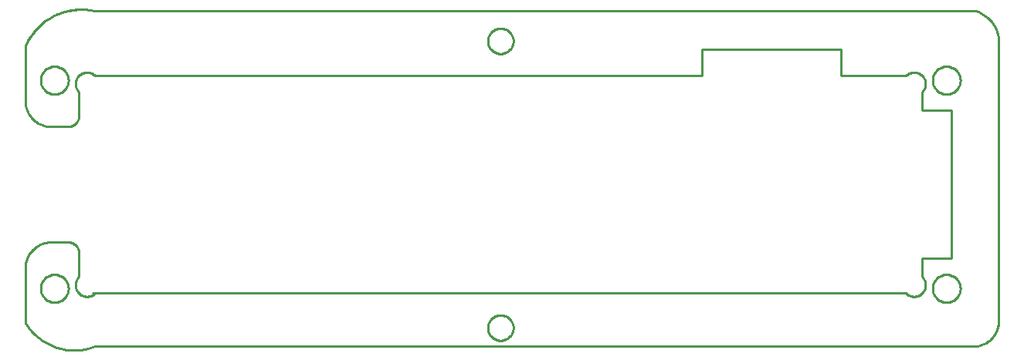
<source format=gko>
G04 EAGLE Gerber RS-274X export*
G75*
%MOMM*%
%FSLAX34Y34*%
%LPD*%
%IN*%
%IPPOS*%
%AMOC8*
5,1,8,0,0,1.08239X$1,22.5*%
G01*
%ADD10C,0.203200*%
%ADD11C,0.000000*%
%ADD12C,0.254000*%


D10*
X12700Y233680D02*
X12481Y233894D01*
X12256Y234102D01*
X12027Y234305D01*
X11793Y234502D01*
X11554Y234694D01*
X11311Y234879D01*
X11063Y235059D01*
X10811Y235233D01*
X10554Y235400D01*
X10294Y235561D01*
X10030Y235716D01*
X9762Y235864D01*
X9490Y236006D01*
X9215Y236141D01*
X8937Y236269D01*
X8656Y236390D01*
X8373Y236505D01*
X8086Y236613D01*
X7797Y236713D01*
X7505Y236807D01*
X7211Y236893D01*
X6916Y236972D01*
X6618Y237044D01*
X6319Y237109D01*
X6018Y237167D01*
X5716Y237217D01*
X5413Y237259D01*
X5109Y237295D01*
X4804Y237323D01*
X4499Y237343D01*
X4193Y237356D01*
X3887Y237362D01*
X3580Y237360D01*
X3274Y237351D01*
X2969Y237334D01*
X2663Y237310D01*
X2359Y237278D01*
X2055Y237239D01*
X1753Y237193D01*
X1451Y237139D01*
X1151Y237078D01*
X853Y237009D01*
X556Y236934D01*
X261Y236851D01*
X-31Y236761D01*
X-322Y236664D01*
X-610Y236560D01*
X-895Y236448D01*
X-1177Y236330D01*
X-1457Y236206D01*
X-1733Y236074D01*
X-2006Y235936D01*
X-2276Y235791D01*
X-2542Y235639D01*
X-2804Y235481D01*
X-3063Y235317D01*
X-3317Y235147D01*
X-3567Y234970D01*
X-3813Y234787D01*
X-4054Y234599D01*
X-4291Y234404D01*
X-4522Y234204D01*
X-4749Y233998D01*
X-4971Y233787D01*
X-5187Y233571D01*
X-5398Y233349D01*
X-5604Y233122D01*
X-5804Y232891D01*
X-5999Y232654D01*
X-6187Y232413D01*
X-6370Y232167D01*
X-6547Y231917D01*
X-6717Y231663D01*
X-6881Y231404D01*
X-7039Y231142D01*
X-7191Y230876D01*
X-7336Y230606D01*
X-7474Y230333D01*
X-7606Y230057D01*
X-7730Y229777D01*
X-7848Y229495D01*
X-7960Y229210D01*
X-8064Y228922D01*
X-8161Y228631D01*
X-8251Y228339D01*
X-8334Y228044D01*
X-8409Y227747D01*
X-8478Y227449D01*
X-8539Y227149D01*
X-8593Y226847D01*
X-8639Y226545D01*
X-8678Y226241D01*
X-8710Y225937D01*
X-8734Y225631D01*
X-8751Y225326D01*
X-8760Y225020D01*
X-8762Y224713D01*
X-8756Y224407D01*
X-8743Y224101D01*
X-8723Y223796D01*
X-8695Y223491D01*
X-8659Y223187D01*
X-8617Y222884D01*
X-8567Y222582D01*
X-8509Y222281D01*
X-8444Y221982D01*
X-8372Y221684D01*
X-8293Y221389D01*
X-8207Y221095D01*
X-8113Y220803D01*
X-8013Y220514D01*
X-7905Y220227D01*
X-7790Y219944D01*
X-7669Y219663D01*
X-7541Y219385D01*
X-7406Y219110D01*
X-7264Y218838D01*
X-7116Y218570D01*
X-6961Y218306D01*
X-6800Y218046D01*
X-6633Y217789D01*
X-6459Y217537D01*
X-6279Y217289D01*
X-6094Y217046D01*
X-5902Y216807D01*
X-5705Y216573D01*
X-5502Y216344D01*
X-5294Y216119D01*
X-5080Y215900D01*
X12700Y233680D02*
X678180Y233680D01*
X678180Y262880D01*
X830580Y262880D01*
X830580Y233680D01*
X901700Y233680D01*
X904240Y233680D01*
X901700Y233680D02*
X901921Y233895D01*
X902147Y234105D01*
X902378Y234310D01*
X902614Y234508D01*
X902855Y234701D01*
X903101Y234888D01*
X903351Y235069D01*
X903605Y235243D01*
X903864Y235411D01*
X904127Y235573D01*
X904393Y235729D01*
X904664Y235878D01*
X904937Y236020D01*
X905215Y236155D01*
X905495Y236283D01*
X905779Y236405D01*
X906065Y236520D01*
X906355Y236627D01*
X906646Y236727D01*
X906941Y236821D01*
X907237Y236907D01*
X907535Y236985D01*
X907835Y237057D01*
X908137Y237120D01*
X908441Y237177D01*
X908745Y237226D01*
X909051Y237267D01*
X909358Y237301D01*
X909665Y237328D01*
X909973Y237347D01*
X910281Y237358D01*
X910590Y237362D01*
X910899Y237358D01*
X911207Y237347D01*
X911515Y237328D01*
X911822Y237301D01*
X912129Y237267D01*
X912435Y237226D01*
X912739Y237177D01*
X913043Y237120D01*
X913345Y237057D01*
X913645Y236985D01*
X913943Y236907D01*
X914239Y236821D01*
X914534Y236727D01*
X914825Y236627D01*
X915115Y236520D01*
X915401Y236405D01*
X915685Y236283D01*
X915965Y236155D01*
X916243Y236020D01*
X916516Y235878D01*
X916787Y235729D01*
X917053Y235573D01*
X917316Y235411D01*
X917575Y235243D01*
X917829Y235069D01*
X918079Y234888D01*
X918325Y234701D01*
X918566Y234508D01*
X918802Y234310D01*
X919033Y234105D01*
X919259Y233895D01*
X919480Y233680D01*
X919695Y233459D01*
X919905Y233233D01*
X920110Y233002D01*
X920308Y232766D01*
X920501Y232525D01*
X920688Y232279D01*
X920869Y232029D01*
X921043Y231775D01*
X921211Y231516D01*
X921373Y231253D01*
X921529Y230987D01*
X921678Y230716D01*
X921820Y230443D01*
X921955Y230165D01*
X922083Y229885D01*
X922205Y229601D01*
X922320Y229315D01*
X922427Y229025D01*
X922527Y228734D01*
X922621Y228439D01*
X922707Y228143D01*
X922785Y227845D01*
X922857Y227545D01*
X922920Y227243D01*
X922977Y226939D01*
X923026Y226635D01*
X923067Y226329D01*
X923101Y226022D01*
X923128Y225715D01*
X923147Y225407D01*
X923158Y225099D01*
X923162Y224790D01*
X923158Y224481D01*
X923147Y224173D01*
X923128Y223865D01*
X923101Y223558D01*
X923067Y223251D01*
X923026Y222945D01*
X922977Y222641D01*
X922920Y222337D01*
X922857Y222035D01*
X922785Y221735D01*
X922707Y221437D01*
X922621Y221141D01*
X922527Y220846D01*
X922427Y220555D01*
X922320Y220265D01*
X922205Y219979D01*
X922083Y219695D01*
X921955Y219415D01*
X921820Y219137D01*
X921678Y218864D01*
X921529Y218593D01*
X921373Y218327D01*
X921211Y218064D01*
X921043Y217805D01*
X920869Y217551D01*
X920688Y217301D01*
X920501Y217055D01*
X920308Y216814D01*
X920110Y216578D01*
X919905Y216347D01*
X919695Y216121D01*
X919480Y215900D01*
X919480Y195580D01*
X951230Y195580D01*
X951230Y33020D01*
X919480Y33020D01*
X919480Y12700D01*
X919694Y12481D01*
X919902Y12256D01*
X920105Y12027D01*
X920302Y11793D01*
X920494Y11554D01*
X920679Y11311D01*
X920859Y11063D01*
X921033Y10811D01*
X921200Y10554D01*
X921361Y10294D01*
X921516Y10030D01*
X921664Y9762D01*
X921806Y9490D01*
X921941Y9215D01*
X922069Y8937D01*
X922190Y8656D01*
X922305Y8373D01*
X922413Y8086D01*
X922513Y7797D01*
X922607Y7505D01*
X922693Y7211D01*
X922772Y6916D01*
X922844Y6618D01*
X922909Y6319D01*
X922967Y6018D01*
X923017Y5716D01*
X923059Y5413D01*
X923095Y5109D01*
X923123Y4804D01*
X923143Y4499D01*
X923156Y4193D01*
X923162Y3887D01*
X923160Y3580D01*
X923151Y3274D01*
X923134Y2969D01*
X923110Y2663D01*
X923078Y2359D01*
X923039Y2055D01*
X922993Y1753D01*
X922939Y1451D01*
X922878Y1151D01*
X922809Y853D01*
X922734Y556D01*
X922651Y261D01*
X922561Y-31D01*
X922464Y-322D01*
X922360Y-610D01*
X922248Y-895D01*
X922130Y-1177D01*
X922006Y-1457D01*
X921874Y-1733D01*
X921736Y-2006D01*
X921591Y-2276D01*
X921439Y-2542D01*
X921281Y-2804D01*
X921117Y-3063D01*
X920947Y-3317D01*
X920770Y-3567D01*
X920587Y-3813D01*
X920399Y-4054D01*
X920204Y-4291D01*
X920004Y-4522D01*
X919798Y-4749D01*
X919587Y-4971D01*
X919371Y-5187D01*
X919149Y-5398D01*
X918922Y-5604D01*
X918691Y-5804D01*
X918454Y-5999D01*
X918213Y-6187D01*
X917967Y-6370D01*
X917717Y-6547D01*
X917463Y-6717D01*
X917204Y-6881D01*
X916942Y-7039D01*
X916676Y-7191D01*
X916406Y-7336D01*
X916133Y-7474D01*
X915857Y-7606D01*
X915577Y-7730D01*
X915295Y-7848D01*
X915010Y-7960D01*
X914722Y-8064D01*
X914431Y-8161D01*
X914139Y-8251D01*
X913844Y-8334D01*
X913547Y-8409D01*
X913249Y-8478D01*
X912949Y-8539D01*
X912647Y-8593D01*
X912345Y-8639D01*
X912041Y-8678D01*
X911737Y-8710D01*
X911431Y-8734D01*
X911126Y-8751D01*
X910820Y-8760D01*
X910513Y-8762D01*
X910207Y-8756D01*
X909901Y-8743D01*
X909596Y-8723D01*
X909291Y-8695D01*
X908987Y-8659D01*
X908684Y-8617D01*
X908382Y-8567D01*
X908081Y-8509D01*
X907782Y-8444D01*
X907484Y-8372D01*
X907189Y-8293D01*
X906895Y-8207D01*
X906603Y-8113D01*
X906314Y-8013D01*
X906027Y-7905D01*
X905744Y-7790D01*
X905463Y-7669D01*
X905185Y-7541D01*
X904910Y-7406D01*
X904638Y-7264D01*
X904370Y-7116D01*
X904106Y-6961D01*
X903846Y-6800D01*
X903589Y-6633D01*
X903337Y-6459D01*
X903089Y-6279D01*
X902846Y-6094D01*
X902607Y-5902D01*
X902373Y-5705D01*
X902144Y-5502D01*
X901919Y-5294D01*
X901700Y-5080D01*
X12700Y-5080D01*
X10160Y-5080D01*
X12700Y-5080D02*
X12481Y-5294D01*
X12256Y-5502D01*
X12027Y-5705D01*
X11793Y-5902D01*
X11554Y-6094D01*
X11311Y-6279D01*
X11063Y-6459D01*
X10811Y-6633D01*
X10554Y-6800D01*
X10294Y-6961D01*
X10030Y-7116D01*
X9762Y-7264D01*
X9490Y-7406D01*
X9215Y-7541D01*
X8937Y-7669D01*
X8656Y-7790D01*
X8373Y-7905D01*
X8086Y-8013D01*
X7797Y-8113D01*
X7505Y-8207D01*
X7211Y-8293D01*
X6916Y-8372D01*
X6618Y-8444D01*
X6319Y-8509D01*
X6018Y-8567D01*
X5716Y-8617D01*
X5413Y-8659D01*
X5109Y-8695D01*
X4804Y-8723D01*
X4499Y-8743D01*
X4193Y-8756D01*
X3887Y-8762D01*
X3580Y-8760D01*
X3274Y-8751D01*
X2969Y-8734D01*
X2663Y-8710D01*
X2359Y-8678D01*
X2055Y-8639D01*
X1753Y-8593D01*
X1451Y-8539D01*
X1151Y-8478D01*
X853Y-8409D01*
X556Y-8334D01*
X261Y-8251D01*
X-31Y-8161D01*
X-322Y-8064D01*
X-610Y-7960D01*
X-895Y-7848D01*
X-1177Y-7730D01*
X-1457Y-7606D01*
X-1733Y-7474D01*
X-2006Y-7336D01*
X-2276Y-7191D01*
X-2542Y-7039D01*
X-2804Y-6881D01*
X-3063Y-6717D01*
X-3317Y-6547D01*
X-3567Y-6370D01*
X-3813Y-6187D01*
X-4054Y-5999D01*
X-4291Y-5804D01*
X-4522Y-5604D01*
X-4749Y-5398D01*
X-4971Y-5187D01*
X-5187Y-4971D01*
X-5398Y-4749D01*
X-5604Y-4522D01*
X-5804Y-4291D01*
X-5999Y-4054D01*
X-6187Y-3813D01*
X-6370Y-3567D01*
X-6547Y-3317D01*
X-6717Y-3063D01*
X-6881Y-2804D01*
X-7039Y-2542D01*
X-7191Y-2276D01*
X-7336Y-2006D01*
X-7474Y-1733D01*
X-7606Y-1457D01*
X-7730Y-1177D01*
X-7848Y-895D01*
X-7960Y-610D01*
X-8064Y-322D01*
X-8161Y-31D01*
X-8251Y261D01*
X-8334Y556D01*
X-8409Y853D01*
X-8478Y1151D01*
X-8539Y1451D01*
X-8593Y1753D01*
X-8639Y2055D01*
X-8678Y2359D01*
X-8710Y2663D01*
X-8734Y2969D01*
X-8751Y3274D01*
X-8760Y3580D01*
X-8762Y3887D01*
X-8756Y4193D01*
X-8743Y4499D01*
X-8723Y4804D01*
X-8695Y5109D01*
X-8659Y5413D01*
X-8617Y5716D01*
X-8567Y6018D01*
X-8509Y6319D01*
X-8444Y6618D01*
X-8372Y6916D01*
X-8293Y7211D01*
X-8207Y7505D01*
X-8113Y7797D01*
X-8013Y8086D01*
X-7905Y8373D01*
X-7790Y8656D01*
X-7669Y8937D01*
X-7541Y9215D01*
X-7406Y9490D01*
X-7264Y9762D01*
X-7116Y10030D01*
X-6961Y10294D01*
X-6800Y10554D01*
X-6633Y10811D01*
X-6459Y11063D01*
X-6279Y11311D01*
X-6094Y11554D01*
X-5902Y11793D01*
X-5705Y12027D01*
X-5502Y12256D01*
X-5294Y12481D01*
X-5080Y12700D01*
X-5080Y38100D01*
X-5058Y38384D01*
X-5044Y38667D01*
X-5036Y38952D01*
X-5036Y39236D01*
X-5042Y39520D01*
X-5055Y39804D01*
X-5075Y40087D01*
X-5102Y40370D01*
X-5135Y40652D01*
X-5176Y40933D01*
X-5223Y41214D01*
X-5277Y41493D01*
X-5338Y41770D01*
X-5406Y42046D01*
X-5480Y42321D01*
X-5561Y42593D01*
X-5648Y42863D01*
X-5742Y43132D01*
X-5842Y43397D01*
X-5949Y43661D01*
X-6062Y43921D01*
X-6182Y44179D01*
X-6308Y44434D01*
X-6439Y44686D01*
X-6577Y44934D01*
X-6721Y45179D01*
X-6871Y45421D01*
X-7026Y45659D01*
X-7188Y45893D01*
X-7355Y46122D01*
X-7527Y46348D01*
X-7705Y46570D01*
X-7888Y46787D01*
X-8077Y47000D01*
X-8270Y47208D01*
X-8469Y47411D01*
X-8672Y47610D01*
X-8880Y47803D01*
X-9093Y47992D01*
X-9310Y48175D01*
X-9532Y48353D01*
X-9758Y48525D01*
X-9987Y48692D01*
X-10221Y48854D01*
X-10459Y49009D01*
X-10701Y49159D01*
X-10946Y49303D01*
X-11194Y49441D01*
X-11446Y49572D01*
X-11701Y49698D01*
X-11959Y49818D01*
X-12219Y49931D01*
X-12483Y50038D01*
X-12748Y50138D01*
X-13017Y50232D01*
X-13287Y50319D01*
X-13559Y50400D01*
X-13834Y50474D01*
X-14110Y50542D01*
X-14387Y50603D01*
X-14666Y50657D01*
X-14947Y50704D01*
X-15228Y50745D01*
X-15510Y50778D01*
X-15793Y50805D01*
X-16076Y50825D01*
X-16360Y50838D01*
X-16644Y50844D01*
X-16928Y50844D01*
X-17213Y50836D01*
X-17496Y50822D01*
X-17780Y50800D01*
X-38100Y50800D01*
X-38100Y50801D02*
X-38781Y50733D01*
X-39461Y50648D01*
X-40137Y50547D01*
X-40812Y50429D01*
X-41483Y50295D01*
X-42150Y50144D01*
X-42814Y49977D01*
X-43474Y49794D01*
X-44128Y49594D01*
X-44778Y49379D01*
X-45422Y49148D01*
X-46061Y48901D01*
X-46693Y48639D01*
X-47318Y48361D01*
X-47937Y48068D01*
X-48548Y47760D01*
X-49152Y47437D01*
X-49747Y47099D01*
X-50334Y46747D01*
X-50912Y46380D01*
X-51481Y46000D01*
X-52040Y45606D01*
X-52590Y45198D01*
X-53130Y44777D01*
X-53659Y44342D01*
X-54177Y43895D01*
X-54684Y43435D01*
X-55180Y42963D01*
X-55663Y42480D01*
X-56135Y41984D01*
X-56595Y41477D01*
X-57042Y40959D01*
X-57477Y40430D01*
X-57898Y39890D01*
X-58306Y39340D01*
X-58700Y38781D01*
X-59080Y38212D01*
X-59447Y37634D01*
X-59799Y37047D01*
X-60137Y36452D01*
X-60460Y35848D01*
X-60768Y35237D01*
X-61061Y34618D01*
X-61339Y33993D01*
X-61601Y33361D01*
X-61848Y32722D01*
X-62079Y32078D01*
X-62294Y31428D01*
X-62494Y30774D01*
X-62677Y30114D01*
X-62844Y29450D01*
X-62995Y28783D01*
X-63129Y28112D01*
X-63247Y27437D01*
X-63348Y26761D01*
X-63433Y26081D01*
X-63501Y25400D01*
X-63500Y25400D02*
X-63500Y-38100D01*
X-62683Y-39394D01*
X-61834Y-40667D01*
X-60955Y-41920D01*
X-60045Y-43151D01*
X-59105Y-44359D01*
X-58136Y-45543D01*
X-57139Y-46704D01*
X-56113Y-47839D01*
X-55059Y-48950D01*
X-53979Y-50034D01*
X-52873Y-51091D01*
X-51741Y-52121D01*
X-50584Y-53123D01*
X-49403Y-54096D01*
X-48198Y-55040D01*
X-46971Y-55954D01*
X-45721Y-56838D01*
X-44450Y-57691D01*
X-43159Y-58513D01*
X-41848Y-59302D01*
X-40518Y-60060D01*
X-39170Y-60784D01*
X-37805Y-61476D01*
X-36423Y-62134D01*
X-35026Y-62757D01*
X-33613Y-63346D01*
X-32187Y-63901D01*
X-30747Y-64420D01*
X-29295Y-64904D01*
X-27832Y-65353D01*
X-26358Y-65765D01*
X-24874Y-66141D01*
X-23382Y-66481D01*
X-21882Y-66783D01*
X-20375Y-67050D01*
X-18862Y-67279D01*
X-17343Y-67471D01*
X-15821Y-67625D01*
X-14295Y-67743D01*
X-12767Y-67823D01*
X-11237Y-67865D01*
X-9706Y-67871D01*
X-8176Y-67838D01*
X-6647Y-67768D01*
X-5121Y-67661D01*
X-3597Y-67516D01*
X-2077Y-67334D01*
X-563Y-67115D01*
X946Y-66859D01*
X2448Y-66566D01*
X3943Y-66236D01*
X5429Y-65870D01*
X6905Y-65467D01*
X8371Y-65029D01*
X9827Y-64554D01*
X11270Y-64045D01*
X12700Y-63500D01*
X977900Y-63500D01*
X977900Y-63501D02*
X978581Y-63433D01*
X979261Y-63348D01*
X979937Y-63247D01*
X980612Y-63129D01*
X981283Y-62995D01*
X981950Y-62844D01*
X982614Y-62677D01*
X983274Y-62494D01*
X983928Y-62294D01*
X984578Y-62079D01*
X985222Y-61848D01*
X985861Y-61601D01*
X986493Y-61339D01*
X987118Y-61061D01*
X987737Y-60768D01*
X988348Y-60460D01*
X988952Y-60137D01*
X989547Y-59799D01*
X990134Y-59447D01*
X990712Y-59080D01*
X991281Y-58700D01*
X991840Y-58306D01*
X992390Y-57898D01*
X992930Y-57477D01*
X993459Y-57042D01*
X993977Y-56595D01*
X994484Y-56135D01*
X994980Y-55663D01*
X995463Y-55180D01*
X995935Y-54684D01*
X996395Y-54177D01*
X996842Y-53659D01*
X997277Y-53130D01*
X997698Y-52590D01*
X998106Y-52040D01*
X998500Y-51481D01*
X998880Y-50912D01*
X999247Y-50334D01*
X999599Y-49747D01*
X999937Y-49152D01*
X1000260Y-48548D01*
X1000568Y-47937D01*
X1000861Y-47318D01*
X1001139Y-46693D01*
X1001401Y-46061D01*
X1001648Y-45422D01*
X1001879Y-44778D01*
X1002094Y-44128D01*
X1002294Y-43474D01*
X1002477Y-42814D01*
X1002644Y-42150D01*
X1002795Y-41483D01*
X1002929Y-40812D01*
X1003047Y-40137D01*
X1003148Y-39461D01*
X1003233Y-38781D01*
X1003301Y-38100D01*
X1003300Y-38100D02*
X1003300Y266700D01*
X1003385Y267569D01*
X1003449Y268439D01*
X1003492Y269310D01*
X1003513Y270182D01*
X1003513Y271055D01*
X1003492Y271927D01*
X1003449Y272799D01*
X1003385Y273669D01*
X1003299Y274537D01*
X1003193Y275403D01*
X1003065Y276266D01*
X1002916Y277126D01*
X1002746Y277981D01*
X1002555Y278833D01*
X1002343Y279679D01*
X1002111Y280520D01*
X1001858Y281355D01*
X1001585Y282184D01*
X1001291Y283006D01*
X1000978Y283820D01*
X1000645Y284626D01*
X1000292Y285424D01*
X999919Y286213D01*
X999527Y286993D01*
X999117Y287762D01*
X998687Y288522D01*
X998240Y289271D01*
X997774Y290008D01*
X997290Y290734D01*
X996788Y291448D01*
X996269Y292150D01*
X995733Y292838D01*
X995180Y293513D01*
X994611Y294175D01*
X994026Y294822D01*
X993426Y295455D01*
X992809Y296072D01*
X992178Y296675D01*
X991533Y297262D01*
X990873Y297833D01*
X990200Y298387D01*
X989513Y298925D01*
X988813Y299446D01*
X988100Y299950D01*
X987376Y300436D01*
X986639Y300904D01*
X985892Y301354D01*
X985134Y301786D01*
X984365Y302199D01*
X983586Y302592D01*
X982799Y302967D01*
X982002Y303322D01*
X981196Y303658D01*
X980383Y303974D01*
X979562Y304270D01*
X978734Y304545D01*
X977900Y304801D01*
X977900Y304800D02*
X12700Y304800D01*
X11117Y305157D01*
X9525Y305476D01*
X7926Y305756D01*
X6321Y305997D01*
X4710Y306198D01*
X3095Y306359D01*
X1476Y306481D01*
X-145Y306564D01*
X-1768Y306606D01*
X-3391Y306609D01*
X-5014Y306572D01*
X-6635Y306496D01*
X-8255Y306380D01*
X-9870Y306224D01*
X-11482Y306028D01*
X-13088Y305793D01*
X-14688Y305519D01*
X-16281Y305206D01*
X-17865Y304854D01*
X-19441Y304463D01*
X-21006Y304033D01*
X-22561Y303566D01*
X-24103Y303060D01*
X-25633Y302517D01*
X-27149Y301937D01*
X-28650Y301319D01*
X-30136Y300665D01*
X-31605Y299975D01*
X-33057Y299249D01*
X-34491Y298488D01*
X-35905Y297692D01*
X-37300Y296861D01*
X-38674Y295997D01*
X-40026Y295099D01*
X-41356Y294168D01*
X-42663Y293205D01*
X-43946Y292210D01*
X-45204Y291184D01*
X-46436Y290128D01*
X-47643Y289042D01*
X-48822Y287926D01*
X-49973Y286782D01*
X-51097Y285610D01*
X-52191Y284411D01*
X-53255Y283186D01*
X-54290Y281935D01*
X-55293Y280659D01*
X-56264Y279358D01*
X-57204Y278034D01*
X-58111Y276688D01*
X-58984Y275320D01*
X-59824Y273931D01*
X-60630Y272521D01*
X-61400Y271093D01*
X-62136Y269646D01*
X-62836Y268181D01*
X-63500Y266700D01*
X-63500Y203200D01*
X-63501Y203200D02*
X-63433Y202519D01*
X-63348Y201839D01*
X-63247Y201163D01*
X-63129Y200488D01*
X-62995Y199817D01*
X-62844Y199150D01*
X-62677Y198486D01*
X-62494Y197826D01*
X-62294Y197172D01*
X-62079Y196522D01*
X-61848Y195878D01*
X-61601Y195239D01*
X-61339Y194607D01*
X-61061Y193982D01*
X-60768Y193363D01*
X-60460Y192752D01*
X-60137Y192148D01*
X-59799Y191553D01*
X-59447Y190966D01*
X-59080Y190388D01*
X-58700Y189819D01*
X-58306Y189260D01*
X-57898Y188710D01*
X-57477Y188170D01*
X-57042Y187641D01*
X-56595Y187123D01*
X-56135Y186616D01*
X-55663Y186120D01*
X-55180Y185637D01*
X-54684Y185165D01*
X-54177Y184705D01*
X-53659Y184258D01*
X-53130Y183823D01*
X-52590Y183402D01*
X-52040Y182994D01*
X-51481Y182600D01*
X-50912Y182220D01*
X-50334Y181853D01*
X-49747Y181501D01*
X-49152Y181163D01*
X-48548Y180840D01*
X-47937Y180532D01*
X-47318Y180239D01*
X-46693Y179961D01*
X-46061Y179699D01*
X-45422Y179452D01*
X-44778Y179221D01*
X-44128Y179006D01*
X-43474Y178806D01*
X-42814Y178623D01*
X-42150Y178456D01*
X-41483Y178305D01*
X-40812Y178171D01*
X-40137Y178053D01*
X-39461Y177952D01*
X-38781Y177867D01*
X-38100Y177799D01*
X-38100Y177800D02*
X-17780Y177800D01*
X-17496Y177778D01*
X-17213Y177764D01*
X-16928Y177756D01*
X-16644Y177756D01*
X-16360Y177762D01*
X-16076Y177775D01*
X-15793Y177795D01*
X-15510Y177822D01*
X-15228Y177855D01*
X-14947Y177896D01*
X-14666Y177943D01*
X-14387Y177997D01*
X-14110Y178058D01*
X-13834Y178126D01*
X-13559Y178200D01*
X-13287Y178281D01*
X-13017Y178368D01*
X-12748Y178462D01*
X-12483Y178562D01*
X-12219Y178669D01*
X-11959Y178782D01*
X-11701Y178902D01*
X-11446Y179028D01*
X-11194Y179159D01*
X-10946Y179297D01*
X-10701Y179441D01*
X-10459Y179591D01*
X-10221Y179746D01*
X-9987Y179908D01*
X-9758Y180075D01*
X-9532Y180247D01*
X-9310Y180425D01*
X-9093Y180608D01*
X-8880Y180797D01*
X-8672Y180990D01*
X-8469Y181189D01*
X-8270Y181392D01*
X-8077Y181600D01*
X-7888Y181813D01*
X-7705Y182030D01*
X-7527Y182252D01*
X-7355Y182478D01*
X-7188Y182707D01*
X-7026Y182941D01*
X-6871Y183179D01*
X-6721Y183421D01*
X-6577Y183666D01*
X-6439Y183914D01*
X-6308Y184166D01*
X-6182Y184421D01*
X-6062Y184679D01*
X-5949Y184939D01*
X-5842Y185203D01*
X-5742Y185468D01*
X-5648Y185737D01*
X-5561Y186007D01*
X-5480Y186279D01*
X-5406Y186554D01*
X-5338Y186830D01*
X-5277Y187107D01*
X-5223Y187386D01*
X-5176Y187667D01*
X-5135Y187948D01*
X-5102Y188230D01*
X-5075Y188513D01*
X-5055Y188796D01*
X-5042Y189080D01*
X-5036Y189364D01*
X-5036Y189648D01*
X-5044Y189933D01*
X-5058Y190216D01*
X-5080Y190500D01*
X-5080Y215900D01*
D11*
X-46990Y0D02*
X-46985Y374D01*
X-46972Y748D01*
X-46949Y1121D01*
X-46917Y1494D01*
X-46875Y1866D01*
X-46825Y2236D01*
X-46766Y2605D01*
X-46697Y2973D01*
X-46620Y3339D01*
X-46533Y3703D01*
X-46438Y4065D01*
X-46334Y4424D01*
X-46221Y4781D01*
X-46099Y5134D01*
X-45969Y5485D01*
X-45830Y5832D01*
X-45683Y6176D01*
X-45527Y6516D01*
X-45363Y6852D01*
X-45190Y7184D01*
X-45010Y7512D01*
X-44822Y7835D01*
X-44626Y8153D01*
X-44422Y8467D01*
X-44210Y8775D01*
X-43991Y9078D01*
X-43764Y9376D01*
X-43531Y9668D01*
X-43290Y9954D01*
X-43042Y10235D01*
X-42788Y10509D01*
X-42526Y10776D01*
X-42259Y11038D01*
X-41985Y11292D01*
X-41704Y11540D01*
X-41418Y11781D01*
X-41126Y12014D01*
X-40828Y12241D01*
X-40525Y12460D01*
X-40217Y12672D01*
X-39903Y12876D01*
X-39585Y13072D01*
X-39262Y13260D01*
X-38934Y13440D01*
X-38602Y13613D01*
X-38266Y13777D01*
X-37926Y13933D01*
X-37582Y14080D01*
X-37235Y14219D01*
X-36884Y14349D01*
X-36531Y14471D01*
X-36174Y14584D01*
X-35815Y14688D01*
X-35453Y14783D01*
X-35089Y14870D01*
X-34723Y14947D01*
X-34355Y15016D01*
X-33986Y15075D01*
X-33616Y15125D01*
X-33244Y15167D01*
X-32871Y15199D01*
X-32498Y15222D01*
X-32124Y15235D01*
X-31750Y15240D01*
X-31376Y15235D01*
X-31002Y15222D01*
X-30629Y15199D01*
X-30256Y15167D01*
X-29884Y15125D01*
X-29514Y15075D01*
X-29145Y15016D01*
X-28777Y14947D01*
X-28411Y14870D01*
X-28047Y14783D01*
X-27685Y14688D01*
X-27326Y14584D01*
X-26969Y14471D01*
X-26616Y14349D01*
X-26265Y14219D01*
X-25918Y14080D01*
X-25574Y13933D01*
X-25234Y13777D01*
X-24898Y13613D01*
X-24566Y13440D01*
X-24238Y13260D01*
X-23915Y13072D01*
X-23597Y12876D01*
X-23283Y12672D01*
X-22975Y12460D01*
X-22672Y12241D01*
X-22374Y12014D01*
X-22082Y11781D01*
X-21796Y11540D01*
X-21515Y11292D01*
X-21241Y11038D01*
X-20974Y10776D01*
X-20712Y10509D01*
X-20458Y10235D01*
X-20210Y9954D01*
X-19969Y9668D01*
X-19736Y9376D01*
X-19509Y9078D01*
X-19290Y8775D01*
X-19078Y8467D01*
X-18874Y8153D01*
X-18678Y7835D01*
X-18490Y7512D01*
X-18310Y7184D01*
X-18137Y6852D01*
X-17973Y6516D01*
X-17817Y6176D01*
X-17670Y5832D01*
X-17531Y5485D01*
X-17401Y5134D01*
X-17279Y4781D01*
X-17166Y4424D01*
X-17062Y4065D01*
X-16967Y3703D01*
X-16880Y3339D01*
X-16803Y2973D01*
X-16734Y2605D01*
X-16675Y2236D01*
X-16625Y1866D01*
X-16583Y1494D01*
X-16551Y1121D01*
X-16528Y748D01*
X-16515Y374D01*
X-16510Y0D01*
X-16515Y-374D01*
X-16528Y-748D01*
X-16551Y-1121D01*
X-16583Y-1494D01*
X-16625Y-1866D01*
X-16675Y-2236D01*
X-16734Y-2605D01*
X-16803Y-2973D01*
X-16880Y-3339D01*
X-16967Y-3703D01*
X-17062Y-4065D01*
X-17166Y-4424D01*
X-17279Y-4781D01*
X-17401Y-5134D01*
X-17531Y-5485D01*
X-17670Y-5832D01*
X-17817Y-6176D01*
X-17973Y-6516D01*
X-18137Y-6852D01*
X-18310Y-7184D01*
X-18490Y-7512D01*
X-18678Y-7835D01*
X-18874Y-8153D01*
X-19078Y-8467D01*
X-19290Y-8775D01*
X-19509Y-9078D01*
X-19736Y-9376D01*
X-19969Y-9668D01*
X-20210Y-9954D01*
X-20458Y-10235D01*
X-20712Y-10509D01*
X-20974Y-10776D01*
X-21241Y-11038D01*
X-21515Y-11292D01*
X-21796Y-11540D01*
X-22082Y-11781D01*
X-22374Y-12014D01*
X-22672Y-12241D01*
X-22975Y-12460D01*
X-23283Y-12672D01*
X-23597Y-12876D01*
X-23915Y-13072D01*
X-24238Y-13260D01*
X-24566Y-13440D01*
X-24898Y-13613D01*
X-25234Y-13777D01*
X-25574Y-13933D01*
X-25918Y-14080D01*
X-26265Y-14219D01*
X-26616Y-14349D01*
X-26969Y-14471D01*
X-27326Y-14584D01*
X-27685Y-14688D01*
X-28047Y-14783D01*
X-28411Y-14870D01*
X-28777Y-14947D01*
X-29145Y-15016D01*
X-29514Y-15075D01*
X-29884Y-15125D01*
X-30256Y-15167D01*
X-30629Y-15199D01*
X-31002Y-15222D01*
X-31376Y-15235D01*
X-31750Y-15240D01*
X-32124Y-15235D01*
X-32498Y-15222D01*
X-32871Y-15199D01*
X-33244Y-15167D01*
X-33616Y-15125D01*
X-33986Y-15075D01*
X-34355Y-15016D01*
X-34723Y-14947D01*
X-35089Y-14870D01*
X-35453Y-14783D01*
X-35815Y-14688D01*
X-36174Y-14584D01*
X-36531Y-14471D01*
X-36884Y-14349D01*
X-37235Y-14219D01*
X-37582Y-14080D01*
X-37926Y-13933D01*
X-38266Y-13777D01*
X-38602Y-13613D01*
X-38934Y-13440D01*
X-39262Y-13260D01*
X-39585Y-13072D01*
X-39903Y-12876D01*
X-40217Y-12672D01*
X-40525Y-12460D01*
X-40828Y-12241D01*
X-41126Y-12014D01*
X-41418Y-11781D01*
X-41704Y-11540D01*
X-41985Y-11292D01*
X-42259Y-11038D01*
X-42526Y-10776D01*
X-42788Y-10509D01*
X-43042Y-10235D01*
X-43290Y-9954D01*
X-43531Y-9668D01*
X-43764Y-9376D01*
X-43991Y-9078D01*
X-44210Y-8775D01*
X-44422Y-8467D01*
X-44626Y-8153D01*
X-44822Y-7835D01*
X-45010Y-7512D01*
X-45190Y-7184D01*
X-45363Y-6852D01*
X-45527Y-6516D01*
X-45683Y-6176D01*
X-45830Y-5832D01*
X-45969Y-5485D01*
X-46099Y-5134D01*
X-46221Y-4781D01*
X-46334Y-4424D01*
X-46438Y-4065D01*
X-46533Y-3703D01*
X-46620Y-3339D01*
X-46697Y-2973D01*
X-46766Y-2605D01*
X-46825Y-2236D01*
X-46875Y-1866D01*
X-46917Y-1494D01*
X-46949Y-1121D01*
X-46972Y-748D01*
X-46985Y-374D01*
X-46990Y0D01*
X-46990Y228600D02*
X-46985Y228974D01*
X-46972Y229348D01*
X-46949Y229721D01*
X-46917Y230094D01*
X-46875Y230466D01*
X-46825Y230836D01*
X-46766Y231205D01*
X-46697Y231573D01*
X-46620Y231939D01*
X-46533Y232303D01*
X-46438Y232665D01*
X-46334Y233024D01*
X-46221Y233381D01*
X-46099Y233734D01*
X-45969Y234085D01*
X-45830Y234432D01*
X-45683Y234776D01*
X-45527Y235116D01*
X-45363Y235452D01*
X-45190Y235784D01*
X-45010Y236112D01*
X-44822Y236435D01*
X-44626Y236753D01*
X-44422Y237067D01*
X-44210Y237375D01*
X-43991Y237678D01*
X-43764Y237976D01*
X-43531Y238268D01*
X-43290Y238554D01*
X-43042Y238835D01*
X-42788Y239109D01*
X-42526Y239376D01*
X-42259Y239638D01*
X-41985Y239892D01*
X-41704Y240140D01*
X-41418Y240381D01*
X-41126Y240614D01*
X-40828Y240841D01*
X-40525Y241060D01*
X-40217Y241272D01*
X-39903Y241476D01*
X-39585Y241672D01*
X-39262Y241860D01*
X-38934Y242040D01*
X-38602Y242213D01*
X-38266Y242377D01*
X-37926Y242533D01*
X-37582Y242680D01*
X-37235Y242819D01*
X-36884Y242949D01*
X-36531Y243071D01*
X-36174Y243184D01*
X-35815Y243288D01*
X-35453Y243383D01*
X-35089Y243470D01*
X-34723Y243547D01*
X-34355Y243616D01*
X-33986Y243675D01*
X-33616Y243725D01*
X-33244Y243767D01*
X-32871Y243799D01*
X-32498Y243822D01*
X-32124Y243835D01*
X-31750Y243840D01*
X-31376Y243835D01*
X-31002Y243822D01*
X-30629Y243799D01*
X-30256Y243767D01*
X-29884Y243725D01*
X-29514Y243675D01*
X-29145Y243616D01*
X-28777Y243547D01*
X-28411Y243470D01*
X-28047Y243383D01*
X-27685Y243288D01*
X-27326Y243184D01*
X-26969Y243071D01*
X-26616Y242949D01*
X-26265Y242819D01*
X-25918Y242680D01*
X-25574Y242533D01*
X-25234Y242377D01*
X-24898Y242213D01*
X-24566Y242040D01*
X-24238Y241860D01*
X-23915Y241672D01*
X-23597Y241476D01*
X-23283Y241272D01*
X-22975Y241060D01*
X-22672Y240841D01*
X-22374Y240614D01*
X-22082Y240381D01*
X-21796Y240140D01*
X-21515Y239892D01*
X-21241Y239638D01*
X-20974Y239376D01*
X-20712Y239109D01*
X-20458Y238835D01*
X-20210Y238554D01*
X-19969Y238268D01*
X-19736Y237976D01*
X-19509Y237678D01*
X-19290Y237375D01*
X-19078Y237067D01*
X-18874Y236753D01*
X-18678Y236435D01*
X-18490Y236112D01*
X-18310Y235784D01*
X-18137Y235452D01*
X-17973Y235116D01*
X-17817Y234776D01*
X-17670Y234432D01*
X-17531Y234085D01*
X-17401Y233734D01*
X-17279Y233381D01*
X-17166Y233024D01*
X-17062Y232665D01*
X-16967Y232303D01*
X-16880Y231939D01*
X-16803Y231573D01*
X-16734Y231205D01*
X-16675Y230836D01*
X-16625Y230466D01*
X-16583Y230094D01*
X-16551Y229721D01*
X-16528Y229348D01*
X-16515Y228974D01*
X-16510Y228600D01*
X-16515Y228226D01*
X-16528Y227852D01*
X-16551Y227479D01*
X-16583Y227106D01*
X-16625Y226734D01*
X-16675Y226364D01*
X-16734Y225995D01*
X-16803Y225627D01*
X-16880Y225261D01*
X-16967Y224897D01*
X-17062Y224535D01*
X-17166Y224176D01*
X-17279Y223819D01*
X-17401Y223466D01*
X-17531Y223115D01*
X-17670Y222768D01*
X-17817Y222424D01*
X-17973Y222084D01*
X-18137Y221748D01*
X-18310Y221416D01*
X-18490Y221088D01*
X-18678Y220765D01*
X-18874Y220447D01*
X-19078Y220133D01*
X-19290Y219825D01*
X-19509Y219522D01*
X-19736Y219224D01*
X-19969Y218932D01*
X-20210Y218646D01*
X-20458Y218365D01*
X-20712Y218091D01*
X-20974Y217824D01*
X-21241Y217562D01*
X-21515Y217308D01*
X-21796Y217060D01*
X-22082Y216819D01*
X-22374Y216586D01*
X-22672Y216359D01*
X-22975Y216140D01*
X-23283Y215928D01*
X-23597Y215724D01*
X-23915Y215528D01*
X-24238Y215340D01*
X-24566Y215160D01*
X-24898Y214987D01*
X-25234Y214823D01*
X-25574Y214667D01*
X-25918Y214520D01*
X-26265Y214381D01*
X-26616Y214251D01*
X-26969Y214129D01*
X-27326Y214016D01*
X-27685Y213912D01*
X-28047Y213817D01*
X-28411Y213730D01*
X-28777Y213653D01*
X-29145Y213584D01*
X-29514Y213525D01*
X-29884Y213475D01*
X-30256Y213433D01*
X-30629Y213401D01*
X-31002Y213378D01*
X-31376Y213365D01*
X-31750Y213360D01*
X-32124Y213365D01*
X-32498Y213378D01*
X-32871Y213401D01*
X-33244Y213433D01*
X-33616Y213475D01*
X-33986Y213525D01*
X-34355Y213584D01*
X-34723Y213653D01*
X-35089Y213730D01*
X-35453Y213817D01*
X-35815Y213912D01*
X-36174Y214016D01*
X-36531Y214129D01*
X-36884Y214251D01*
X-37235Y214381D01*
X-37582Y214520D01*
X-37926Y214667D01*
X-38266Y214823D01*
X-38602Y214987D01*
X-38934Y215160D01*
X-39262Y215340D01*
X-39585Y215528D01*
X-39903Y215724D01*
X-40217Y215928D01*
X-40525Y216140D01*
X-40828Y216359D01*
X-41126Y216586D01*
X-41418Y216819D01*
X-41704Y217060D01*
X-41985Y217308D01*
X-42259Y217562D01*
X-42526Y217824D01*
X-42788Y218091D01*
X-43042Y218365D01*
X-43290Y218646D01*
X-43531Y218932D01*
X-43764Y219224D01*
X-43991Y219522D01*
X-44210Y219825D01*
X-44422Y220133D01*
X-44626Y220447D01*
X-44822Y220765D01*
X-45010Y221088D01*
X-45190Y221416D01*
X-45363Y221748D01*
X-45527Y222084D01*
X-45683Y222424D01*
X-45830Y222768D01*
X-45969Y223115D01*
X-46099Y223466D01*
X-46221Y223819D01*
X-46334Y224176D01*
X-46438Y224535D01*
X-46533Y224897D01*
X-46620Y225261D01*
X-46697Y225627D01*
X-46766Y225995D01*
X-46825Y226364D01*
X-46875Y226734D01*
X-46917Y227106D01*
X-46949Y227479D01*
X-46972Y227852D01*
X-46985Y228226D01*
X-46990Y228600D01*
X930910Y0D02*
X930915Y374D01*
X930928Y748D01*
X930951Y1121D01*
X930983Y1494D01*
X931025Y1866D01*
X931075Y2236D01*
X931134Y2605D01*
X931203Y2973D01*
X931280Y3339D01*
X931367Y3703D01*
X931462Y4065D01*
X931566Y4424D01*
X931679Y4781D01*
X931801Y5134D01*
X931931Y5485D01*
X932070Y5832D01*
X932217Y6176D01*
X932373Y6516D01*
X932537Y6852D01*
X932710Y7184D01*
X932890Y7512D01*
X933078Y7835D01*
X933274Y8153D01*
X933478Y8467D01*
X933690Y8775D01*
X933909Y9078D01*
X934136Y9376D01*
X934369Y9668D01*
X934610Y9954D01*
X934858Y10235D01*
X935112Y10509D01*
X935374Y10776D01*
X935641Y11038D01*
X935915Y11292D01*
X936196Y11540D01*
X936482Y11781D01*
X936774Y12014D01*
X937072Y12241D01*
X937375Y12460D01*
X937683Y12672D01*
X937997Y12876D01*
X938315Y13072D01*
X938638Y13260D01*
X938966Y13440D01*
X939298Y13613D01*
X939634Y13777D01*
X939974Y13933D01*
X940318Y14080D01*
X940665Y14219D01*
X941016Y14349D01*
X941369Y14471D01*
X941726Y14584D01*
X942085Y14688D01*
X942447Y14783D01*
X942811Y14870D01*
X943177Y14947D01*
X943545Y15016D01*
X943914Y15075D01*
X944284Y15125D01*
X944656Y15167D01*
X945029Y15199D01*
X945402Y15222D01*
X945776Y15235D01*
X946150Y15240D01*
X946524Y15235D01*
X946898Y15222D01*
X947271Y15199D01*
X947644Y15167D01*
X948016Y15125D01*
X948386Y15075D01*
X948755Y15016D01*
X949123Y14947D01*
X949489Y14870D01*
X949853Y14783D01*
X950215Y14688D01*
X950574Y14584D01*
X950931Y14471D01*
X951284Y14349D01*
X951635Y14219D01*
X951982Y14080D01*
X952326Y13933D01*
X952666Y13777D01*
X953002Y13613D01*
X953334Y13440D01*
X953662Y13260D01*
X953985Y13072D01*
X954303Y12876D01*
X954617Y12672D01*
X954925Y12460D01*
X955228Y12241D01*
X955526Y12014D01*
X955818Y11781D01*
X956104Y11540D01*
X956385Y11292D01*
X956659Y11038D01*
X956926Y10776D01*
X957188Y10509D01*
X957442Y10235D01*
X957690Y9954D01*
X957931Y9668D01*
X958164Y9376D01*
X958391Y9078D01*
X958610Y8775D01*
X958822Y8467D01*
X959026Y8153D01*
X959222Y7835D01*
X959410Y7512D01*
X959590Y7184D01*
X959763Y6852D01*
X959927Y6516D01*
X960083Y6176D01*
X960230Y5832D01*
X960369Y5485D01*
X960499Y5134D01*
X960621Y4781D01*
X960734Y4424D01*
X960838Y4065D01*
X960933Y3703D01*
X961020Y3339D01*
X961097Y2973D01*
X961166Y2605D01*
X961225Y2236D01*
X961275Y1866D01*
X961317Y1494D01*
X961349Y1121D01*
X961372Y748D01*
X961385Y374D01*
X961390Y0D01*
X961385Y-374D01*
X961372Y-748D01*
X961349Y-1121D01*
X961317Y-1494D01*
X961275Y-1866D01*
X961225Y-2236D01*
X961166Y-2605D01*
X961097Y-2973D01*
X961020Y-3339D01*
X960933Y-3703D01*
X960838Y-4065D01*
X960734Y-4424D01*
X960621Y-4781D01*
X960499Y-5134D01*
X960369Y-5485D01*
X960230Y-5832D01*
X960083Y-6176D01*
X959927Y-6516D01*
X959763Y-6852D01*
X959590Y-7184D01*
X959410Y-7512D01*
X959222Y-7835D01*
X959026Y-8153D01*
X958822Y-8467D01*
X958610Y-8775D01*
X958391Y-9078D01*
X958164Y-9376D01*
X957931Y-9668D01*
X957690Y-9954D01*
X957442Y-10235D01*
X957188Y-10509D01*
X956926Y-10776D01*
X956659Y-11038D01*
X956385Y-11292D01*
X956104Y-11540D01*
X955818Y-11781D01*
X955526Y-12014D01*
X955228Y-12241D01*
X954925Y-12460D01*
X954617Y-12672D01*
X954303Y-12876D01*
X953985Y-13072D01*
X953662Y-13260D01*
X953334Y-13440D01*
X953002Y-13613D01*
X952666Y-13777D01*
X952326Y-13933D01*
X951982Y-14080D01*
X951635Y-14219D01*
X951284Y-14349D01*
X950931Y-14471D01*
X950574Y-14584D01*
X950215Y-14688D01*
X949853Y-14783D01*
X949489Y-14870D01*
X949123Y-14947D01*
X948755Y-15016D01*
X948386Y-15075D01*
X948016Y-15125D01*
X947644Y-15167D01*
X947271Y-15199D01*
X946898Y-15222D01*
X946524Y-15235D01*
X946150Y-15240D01*
X945776Y-15235D01*
X945402Y-15222D01*
X945029Y-15199D01*
X944656Y-15167D01*
X944284Y-15125D01*
X943914Y-15075D01*
X943545Y-15016D01*
X943177Y-14947D01*
X942811Y-14870D01*
X942447Y-14783D01*
X942085Y-14688D01*
X941726Y-14584D01*
X941369Y-14471D01*
X941016Y-14349D01*
X940665Y-14219D01*
X940318Y-14080D01*
X939974Y-13933D01*
X939634Y-13777D01*
X939298Y-13613D01*
X938966Y-13440D01*
X938638Y-13260D01*
X938315Y-13072D01*
X937997Y-12876D01*
X937683Y-12672D01*
X937375Y-12460D01*
X937072Y-12241D01*
X936774Y-12014D01*
X936482Y-11781D01*
X936196Y-11540D01*
X935915Y-11292D01*
X935641Y-11038D01*
X935374Y-10776D01*
X935112Y-10509D01*
X934858Y-10235D01*
X934610Y-9954D01*
X934369Y-9668D01*
X934136Y-9376D01*
X933909Y-9078D01*
X933690Y-8775D01*
X933478Y-8467D01*
X933274Y-8153D01*
X933078Y-7835D01*
X932890Y-7512D01*
X932710Y-7184D01*
X932537Y-6852D01*
X932373Y-6516D01*
X932217Y-6176D01*
X932070Y-5832D01*
X931931Y-5485D01*
X931801Y-5134D01*
X931679Y-4781D01*
X931566Y-4424D01*
X931462Y-4065D01*
X931367Y-3703D01*
X931280Y-3339D01*
X931203Y-2973D01*
X931134Y-2605D01*
X931075Y-2236D01*
X931025Y-1866D01*
X930983Y-1494D01*
X930951Y-1121D01*
X930928Y-748D01*
X930915Y-374D01*
X930910Y0D01*
X930910Y228600D02*
X930915Y228974D01*
X930928Y229348D01*
X930951Y229721D01*
X930983Y230094D01*
X931025Y230466D01*
X931075Y230836D01*
X931134Y231205D01*
X931203Y231573D01*
X931280Y231939D01*
X931367Y232303D01*
X931462Y232665D01*
X931566Y233024D01*
X931679Y233381D01*
X931801Y233734D01*
X931931Y234085D01*
X932070Y234432D01*
X932217Y234776D01*
X932373Y235116D01*
X932537Y235452D01*
X932710Y235784D01*
X932890Y236112D01*
X933078Y236435D01*
X933274Y236753D01*
X933478Y237067D01*
X933690Y237375D01*
X933909Y237678D01*
X934136Y237976D01*
X934369Y238268D01*
X934610Y238554D01*
X934858Y238835D01*
X935112Y239109D01*
X935374Y239376D01*
X935641Y239638D01*
X935915Y239892D01*
X936196Y240140D01*
X936482Y240381D01*
X936774Y240614D01*
X937072Y240841D01*
X937375Y241060D01*
X937683Y241272D01*
X937997Y241476D01*
X938315Y241672D01*
X938638Y241860D01*
X938966Y242040D01*
X939298Y242213D01*
X939634Y242377D01*
X939974Y242533D01*
X940318Y242680D01*
X940665Y242819D01*
X941016Y242949D01*
X941369Y243071D01*
X941726Y243184D01*
X942085Y243288D01*
X942447Y243383D01*
X942811Y243470D01*
X943177Y243547D01*
X943545Y243616D01*
X943914Y243675D01*
X944284Y243725D01*
X944656Y243767D01*
X945029Y243799D01*
X945402Y243822D01*
X945776Y243835D01*
X946150Y243840D01*
X946524Y243835D01*
X946898Y243822D01*
X947271Y243799D01*
X947644Y243767D01*
X948016Y243725D01*
X948386Y243675D01*
X948755Y243616D01*
X949123Y243547D01*
X949489Y243470D01*
X949853Y243383D01*
X950215Y243288D01*
X950574Y243184D01*
X950931Y243071D01*
X951284Y242949D01*
X951635Y242819D01*
X951982Y242680D01*
X952326Y242533D01*
X952666Y242377D01*
X953002Y242213D01*
X953334Y242040D01*
X953662Y241860D01*
X953985Y241672D01*
X954303Y241476D01*
X954617Y241272D01*
X954925Y241060D01*
X955228Y240841D01*
X955526Y240614D01*
X955818Y240381D01*
X956104Y240140D01*
X956385Y239892D01*
X956659Y239638D01*
X956926Y239376D01*
X957188Y239109D01*
X957442Y238835D01*
X957690Y238554D01*
X957931Y238268D01*
X958164Y237976D01*
X958391Y237678D01*
X958610Y237375D01*
X958822Y237067D01*
X959026Y236753D01*
X959222Y236435D01*
X959410Y236112D01*
X959590Y235784D01*
X959763Y235452D01*
X959927Y235116D01*
X960083Y234776D01*
X960230Y234432D01*
X960369Y234085D01*
X960499Y233734D01*
X960621Y233381D01*
X960734Y233024D01*
X960838Y232665D01*
X960933Y232303D01*
X961020Y231939D01*
X961097Y231573D01*
X961166Y231205D01*
X961225Y230836D01*
X961275Y230466D01*
X961317Y230094D01*
X961349Y229721D01*
X961372Y229348D01*
X961385Y228974D01*
X961390Y228600D01*
X961385Y228226D01*
X961372Y227852D01*
X961349Y227479D01*
X961317Y227106D01*
X961275Y226734D01*
X961225Y226364D01*
X961166Y225995D01*
X961097Y225627D01*
X961020Y225261D01*
X960933Y224897D01*
X960838Y224535D01*
X960734Y224176D01*
X960621Y223819D01*
X960499Y223466D01*
X960369Y223115D01*
X960230Y222768D01*
X960083Y222424D01*
X959927Y222084D01*
X959763Y221748D01*
X959590Y221416D01*
X959410Y221088D01*
X959222Y220765D01*
X959026Y220447D01*
X958822Y220133D01*
X958610Y219825D01*
X958391Y219522D01*
X958164Y219224D01*
X957931Y218932D01*
X957690Y218646D01*
X957442Y218365D01*
X957188Y218091D01*
X956926Y217824D01*
X956659Y217562D01*
X956385Y217308D01*
X956104Y217060D01*
X955818Y216819D01*
X955526Y216586D01*
X955228Y216359D01*
X954925Y216140D01*
X954617Y215928D01*
X954303Y215724D01*
X953985Y215528D01*
X953662Y215340D01*
X953334Y215160D01*
X953002Y214987D01*
X952666Y214823D01*
X952326Y214667D01*
X951982Y214520D01*
X951635Y214381D01*
X951284Y214251D01*
X950931Y214129D01*
X950574Y214016D01*
X950215Y213912D01*
X949853Y213817D01*
X949489Y213730D01*
X949123Y213653D01*
X948755Y213584D01*
X948386Y213525D01*
X948016Y213475D01*
X947644Y213433D01*
X947271Y213401D01*
X946898Y213378D01*
X946524Y213365D01*
X946150Y213360D01*
X945776Y213365D01*
X945402Y213378D01*
X945029Y213401D01*
X944656Y213433D01*
X944284Y213475D01*
X943914Y213525D01*
X943545Y213584D01*
X943177Y213653D01*
X942811Y213730D01*
X942447Y213817D01*
X942085Y213912D01*
X941726Y214016D01*
X941369Y214129D01*
X941016Y214251D01*
X940665Y214381D01*
X940318Y214520D01*
X939974Y214667D01*
X939634Y214823D01*
X939298Y214987D01*
X938966Y215160D01*
X938638Y215340D01*
X938315Y215528D01*
X937997Y215724D01*
X937683Y215928D01*
X937375Y216140D01*
X937072Y216359D01*
X936774Y216586D01*
X936482Y216819D01*
X936196Y217060D01*
X935915Y217308D01*
X935641Y217562D01*
X935374Y217824D01*
X935112Y218091D01*
X934858Y218365D01*
X934610Y218646D01*
X934369Y218932D01*
X934136Y219224D01*
X933909Y219522D01*
X933690Y219825D01*
X933478Y220133D01*
X933274Y220447D01*
X933078Y220765D01*
X932890Y221088D01*
X932710Y221416D01*
X932537Y221748D01*
X932373Y222084D01*
X932217Y222424D01*
X932070Y222768D01*
X931931Y223115D01*
X931801Y223466D01*
X931679Y223819D01*
X931566Y224176D01*
X931462Y224535D01*
X931367Y224897D01*
X931280Y225261D01*
X931203Y225627D01*
X931134Y225995D01*
X931075Y226364D01*
X931025Y226734D01*
X930983Y227106D01*
X930951Y227479D01*
X930928Y227852D01*
X930915Y228226D01*
X930910Y228600D01*
X443230Y-43180D02*
X443234Y-42837D01*
X443247Y-42495D01*
X443268Y-42152D01*
X443297Y-41811D01*
X443335Y-41470D01*
X443381Y-41130D01*
X443436Y-40792D01*
X443498Y-40455D01*
X443569Y-40119D01*
X443649Y-39786D01*
X443736Y-39454D01*
X443832Y-39125D01*
X443935Y-38798D01*
X444047Y-38474D01*
X444166Y-38152D01*
X444293Y-37834D01*
X444428Y-37519D01*
X444571Y-37207D01*
X444722Y-36899D01*
X444880Y-36595D01*
X445045Y-36294D01*
X445218Y-35998D01*
X445397Y-35706D01*
X445584Y-35419D01*
X445778Y-35136D01*
X445979Y-34858D01*
X446187Y-34585D01*
X446401Y-34318D01*
X446622Y-34055D01*
X446849Y-33798D01*
X447082Y-33547D01*
X447322Y-33302D01*
X447567Y-33062D01*
X447818Y-32829D01*
X448075Y-32602D01*
X448338Y-32381D01*
X448605Y-32167D01*
X448878Y-31959D01*
X449156Y-31758D01*
X449439Y-31564D01*
X449726Y-31377D01*
X450018Y-31198D01*
X450314Y-31025D01*
X450615Y-30860D01*
X450919Y-30702D01*
X451227Y-30551D01*
X451539Y-30408D01*
X451854Y-30273D01*
X452172Y-30146D01*
X452494Y-30027D01*
X452818Y-29915D01*
X453145Y-29812D01*
X453474Y-29716D01*
X453806Y-29629D01*
X454139Y-29549D01*
X454475Y-29478D01*
X454812Y-29416D01*
X455150Y-29361D01*
X455490Y-29315D01*
X455831Y-29277D01*
X456172Y-29248D01*
X456515Y-29227D01*
X456857Y-29214D01*
X457200Y-29210D01*
X457543Y-29214D01*
X457885Y-29227D01*
X458228Y-29248D01*
X458569Y-29277D01*
X458910Y-29315D01*
X459250Y-29361D01*
X459588Y-29416D01*
X459925Y-29478D01*
X460261Y-29549D01*
X460594Y-29629D01*
X460926Y-29716D01*
X461255Y-29812D01*
X461582Y-29915D01*
X461906Y-30027D01*
X462228Y-30146D01*
X462546Y-30273D01*
X462861Y-30408D01*
X463173Y-30551D01*
X463481Y-30702D01*
X463785Y-30860D01*
X464086Y-31025D01*
X464382Y-31198D01*
X464674Y-31377D01*
X464961Y-31564D01*
X465244Y-31758D01*
X465522Y-31959D01*
X465795Y-32167D01*
X466062Y-32381D01*
X466325Y-32602D01*
X466582Y-32829D01*
X466833Y-33062D01*
X467078Y-33302D01*
X467318Y-33547D01*
X467551Y-33798D01*
X467778Y-34055D01*
X467999Y-34318D01*
X468213Y-34585D01*
X468421Y-34858D01*
X468622Y-35136D01*
X468816Y-35419D01*
X469003Y-35706D01*
X469182Y-35998D01*
X469355Y-36294D01*
X469520Y-36595D01*
X469678Y-36899D01*
X469829Y-37207D01*
X469972Y-37519D01*
X470107Y-37834D01*
X470234Y-38152D01*
X470353Y-38474D01*
X470465Y-38798D01*
X470568Y-39125D01*
X470664Y-39454D01*
X470751Y-39786D01*
X470831Y-40119D01*
X470902Y-40455D01*
X470964Y-40792D01*
X471019Y-41130D01*
X471065Y-41470D01*
X471103Y-41811D01*
X471132Y-42152D01*
X471153Y-42495D01*
X471166Y-42837D01*
X471170Y-43180D01*
X471166Y-43523D01*
X471153Y-43865D01*
X471132Y-44208D01*
X471103Y-44549D01*
X471065Y-44890D01*
X471019Y-45230D01*
X470964Y-45568D01*
X470902Y-45905D01*
X470831Y-46241D01*
X470751Y-46574D01*
X470664Y-46906D01*
X470568Y-47235D01*
X470465Y-47562D01*
X470353Y-47886D01*
X470234Y-48208D01*
X470107Y-48526D01*
X469972Y-48841D01*
X469829Y-49153D01*
X469678Y-49461D01*
X469520Y-49765D01*
X469355Y-50066D01*
X469182Y-50362D01*
X469003Y-50654D01*
X468816Y-50941D01*
X468622Y-51224D01*
X468421Y-51502D01*
X468213Y-51775D01*
X467999Y-52042D01*
X467778Y-52305D01*
X467551Y-52562D01*
X467318Y-52813D01*
X467078Y-53058D01*
X466833Y-53298D01*
X466582Y-53531D01*
X466325Y-53758D01*
X466062Y-53979D01*
X465795Y-54193D01*
X465522Y-54401D01*
X465244Y-54602D01*
X464961Y-54796D01*
X464674Y-54983D01*
X464382Y-55162D01*
X464086Y-55335D01*
X463785Y-55500D01*
X463481Y-55658D01*
X463173Y-55809D01*
X462861Y-55952D01*
X462546Y-56087D01*
X462228Y-56214D01*
X461906Y-56333D01*
X461582Y-56445D01*
X461255Y-56548D01*
X460926Y-56644D01*
X460594Y-56731D01*
X460261Y-56811D01*
X459925Y-56882D01*
X459588Y-56944D01*
X459250Y-56999D01*
X458910Y-57045D01*
X458569Y-57083D01*
X458228Y-57112D01*
X457885Y-57133D01*
X457543Y-57146D01*
X457200Y-57150D01*
X456857Y-57146D01*
X456515Y-57133D01*
X456172Y-57112D01*
X455831Y-57083D01*
X455490Y-57045D01*
X455150Y-56999D01*
X454812Y-56944D01*
X454475Y-56882D01*
X454139Y-56811D01*
X453806Y-56731D01*
X453474Y-56644D01*
X453145Y-56548D01*
X452818Y-56445D01*
X452494Y-56333D01*
X452172Y-56214D01*
X451854Y-56087D01*
X451539Y-55952D01*
X451227Y-55809D01*
X450919Y-55658D01*
X450615Y-55500D01*
X450314Y-55335D01*
X450018Y-55162D01*
X449726Y-54983D01*
X449439Y-54796D01*
X449156Y-54602D01*
X448878Y-54401D01*
X448605Y-54193D01*
X448338Y-53979D01*
X448075Y-53758D01*
X447818Y-53531D01*
X447567Y-53298D01*
X447322Y-53058D01*
X447082Y-52813D01*
X446849Y-52562D01*
X446622Y-52305D01*
X446401Y-52042D01*
X446187Y-51775D01*
X445979Y-51502D01*
X445778Y-51224D01*
X445584Y-50941D01*
X445397Y-50654D01*
X445218Y-50362D01*
X445045Y-50066D01*
X444880Y-49765D01*
X444722Y-49461D01*
X444571Y-49153D01*
X444428Y-48841D01*
X444293Y-48526D01*
X444166Y-48208D01*
X444047Y-47886D01*
X443935Y-47562D01*
X443832Y-47235D01*
X443736Y-46906D01*
X443649Y-46574D01*
X443569Y-46241D01*
X443498Y-45905D01*
X443436Y-45568D01*
X443381Y-45230D01*
X443335Y-44890D01*
X443297Y-44549D01*
X443268Y-44208D01*
X443247Y-43865D01*
X443234Y-43523D01*
X443230Y-43180D01*
X443230Y271780D02*
X443234Y272123D01*
X443247Y272465D01*
X443268Y272808D01*
X443297Y273149D01*
X443335Y273490D01*
X443381Y273830D01*
X443436Y274168D01*
X443498Y274505D01*
X443569Y274841D01*
X443649Y275174D01*
X443736Y275506D01*
X443832Y275835D01*
X443935Y276162D01*
X444047Y276486D01*
X444166Y276808D01*
X444293Y277126D01*
X444428Y277441D01*
X444571Y277753D01*
X444722Y278061D01*
X444880Y278365D01*
X445045Y278666D01*
X445218Y278962D01*
X445397Y279254D01*
X445584Y279541D01*
X445778Y279824D01*
X445979Y280102D01*
X446187Y280375D01*
X446401Y280642D01*
X446622Y280905D01*
X446849Y281162D01*
X447082Y281413D01*
X447322Y281658D01*
X447567Y281898D01*
X447818Y282131D01*
X448075Y282358D01*
X448338Y282579D01*
X448605Y282793D01*
X448878Y283001D01*
X449156Y283202D01*
X449439Y283396D01*
X449726Y283583D01*
X450018Y283762D01*
X450314Y283935D01*
X450615Y284100D01*
X450919Y284258D01*
X451227Y284409D01*
X451539Y284552D01*
X451854Y284687D01*
X452172Y284814D01*
X452494Y284933D01*
X452818Y285045D01*
X453145Y285148D01*
X453474Y285244D01*
X453806Y285331D01*
X454139Y285411D01*
X454475Y285482D01*
X454812Y285544D01*
X455150Y285599D01*
X455490Y285645D01*
X455831Y285683D01*
X456172Y285712D01*
X456515Y285733D01*
X456857Y285746D01*
X457200Y285750D01*
X457543Y285746D01*
X457885Y285733D01*
X458228Y285712D01*
X458569Y285683D01*
X458910Y285645D01*
X459250Y285599D01*
X459588Y285544D01*
X459925Y285482D01*
X460261Y285411D01*
X460594Y285331D01*
X460926Y285244D01*
X461255Y285148D01*
X461582Y285045D01*
X461906Y284933D01*
X462228Y284814D01*
X462546Y284687D01*
X462861Y284552D01*
X463173Y284409D01*
X463481Y284258D01*
X463785Y284100D01*
X464086Y283935D01*
X464382Y283762D01*
X464674Y283583D01*
X464961Y283396D01*
X465244Y283202D01*
X465522Y283001D01*
X465795Y282793D01*
X466062Y282579D01*
X466325Y282358D01*
X466582Y282131D01*
X466833Y281898D01*
X467078Y281658D01*
X467318Y281413D01*
X467551Y281162D01*
X467778Y280905D01*
X467999Y280642D01*
X468213Y280375D01*
X468421Y280102D01*
X468622Y279824D01*
X468816Y279541D01*
X469003Y279254D01*
X469182Y278962D01*
X469355Y278666D01*
X469520Y278365D01*
X469678Y278061D01*
X469829Y277753D01*
X469972Y277441D01*
X470107Y277126D01*
X470234Y276808D01*
X470353Y276486D01*
X470465Y276162D01*
X470568Y275835D01*
X470664Y275506D01*
X470751Y275174D01*
X470831Y274841D01*
X470902Y274505D01*
X470964Y274168D01*
X471019Y273830D01*
X471065Y273490D01*
X471103Y273149D01*
X471132Y272808D01*
X471153Y272465D01*
X471166Y272123D01*
X471170Y271780D01*
X471166Y271437D01*
X471153Y271095D01*
X471132Y270752D01*
X471103Y270411D01*
X471065Y270070D01*
X471019Y269730D01*
X470964Y269392D01*
X470902Y269055D01*
X470831Y268719D01*
X470751Y268386D01*
X470664Y268054D01*
X470568Y267725D01*
X470465Y267398D01*
X470353Y267074D01*
X470234Y266752D01*
X470107Y266434D01*
X469972Y266119D01*
X469829Y265807D01*
X469678Y265499D01*
X469520Y265195D01*
X469355Y264894D01*
X469182Y264598D01*
X469003Y264306D01*
X468816Y264019D01*
X468622Y263736D01*
X468421Y263458D01*
X468213Y263185D01*
X467999Y262918D01*
X467778Y262655D01*
X467551Y262398D01*
X467318Y262147D01*
X467078Y261902D01*
X466833Y261662D01*
X466582Y261429D01*
X466325Y261202D01*
X466062Y260981D01*
X465795Y260767D01*
X465522Y260559D01*
X465244Y260358D01*
X464961Y260164D01*
X464674Y259977D01*
X464382Y259798D01*
X464086Y259625D01*
X463785Y259460D01*
X463481Y259302D01*
X463173Y259151D01*
X462861Y259008D01*
X462546Y258873D01*
X462228Y258746D01*
X461906Y258627D01*
X461582Y258515D01*
X461255Y258412D01*
X460926Y258316D01*
X460594Y258229D01*
X460261Y258149D01*
X459925Y258078D01*
X459588Y258016D01*
X459250Y257961D01*
X458910Y257915D01*
X458569Y257877D01*
X458228Y257848D01*
X457885Y257827D01*
X457543Y257814D01*
X457200Y257810D01*
X456857Y257814D01*
X456515Y257827D01*
X456172Y257848D01*
X455831Y257877D01*
X455490Y257915D01*
X455150Y257961D01*
X454812Y258016D01*
X454475Y258078D01*
X454139Y258149D01*
X453806Y258229D01*
X453474Y258316D01*
X453145Y258412D01*
X452818Y258515D01*
X452494Y258627D01*
X452172Y258746D01*
X451854Y258873D01*
X451539Y259008D01*
X451227Y259151D01*
X450919Y259302D01*
X450615Y259460D01*
X450314Y259625D01*
X450018Y259798D01*
X449726Y259977D01*
X449439Y260164D01*
X449156Y260358D01*
X448878Y260559D01*
X448605Y260767D01*
X448338Y260981D01*
X448075Y261202D01*
X447818Y261429D01*
X447567Y261662D01*
X447322Y261902D01*
X447082Y262147D01*
X446849Y262398D01*
X446622Y262655D01*
X446401Y262918D01*
X446187Y263185D01*
X445979Y263458D01*
X445778Y263736D01*
X445584Y264019D01*
X445397Y264306D01*
X445218Y264598D01*
X445045Y264894D01*
X444880Y265195D01*
X444722Y265499D01*
X444571Y265807D01*
X444428Y266119D01*
X444293Y266434D01*
X444166Y266752D01*
X444047Y267074D01*
X443935Y267398D01*
X443832Y267725D01*
X443736Y268054D01*
X443649Y268386D01*
X443569Y268719D01*
X443498Y269055D01*
X443436Y269392D01*
X443381Y269730D01*
X443335Y270070D01*
X443297Y270411D01*
X443268Y270752D01*
X443247Y271095D01*
X443234Y271437D01*
X443230Y271780D01*
D12*
X-63500Y-38100D02*
X-60447Y-42615D01*
X-57012Y-46847D01*
X-53221Y-50764D01*
X-49103Y-54335D01*
X-44690Y-57534D01*
X-40015Y-60336D01*
X-35113Y-62720D01*
X-30022Y-64667D01*
X-24781Y-66164D01*
X-19430Y-67198D01*
X-14008Y-67761D01*
X-8558Y-67850D01*
X-3121Y-67464D01*
X2261Y-66605D01*
X7548Y-65280D01*
X12700Y-63500D01*
X977900Y-63500D01*
X980317Y-63182D01*
X982697Y-62654D01*
X985021Y-61921D01*
X987273Y-60988D01*
X989436Y-59863D01*
X991491Y-58553D01*
X993425Y-57069D01*
X995222Y-55422D01*
X996869Y-53625D01*
X998353Y-51691D01*
X999663Y-49636D01*
X1000788Y-47473D01*
X1001721Y-45221D01*
X1002454Y-42897D01*
X1002982Y-40517D01*
X1003300Y-38100D01*
X1003300Y266700D01*
X1003506Y269800D01*
X1003442Y272907D01*
X1003107Y275996D01*
X1002504Y279045D01*
X1001637Y282029D01*
X1000514Y284926D01*
X999143Y287714D01*
X997534Y290372D01*
X995699Y292880D01*
X993653Y295219D01*
X991410Y297370D01*
X988989Y299317D01*
X986407Y301046D01*
X983684Y302544D01*
X980841Y303798D01*
X977900Y304800D01*
X12700Y304800D01*
X7024Y305897D01*
X1273Y306494D01*
X-4507Y306589D01*
X-10274Y306179D01*
X-15983Y305268D01*
X-21591Y303863D01*
X-27055Y301975D01*
X-32334Y299617D01*
X-37387Y296809D01*
X-42176Y293570D01*
X-46665Y289927D01*
X-50819Y285906D01*
X-54607Y281539D01*
X-58000Y276858D01*
X-60972Y271899D01*
X-63500Y266700D01*
X-63500Y203200D01*
X-63182Y200783D01*
X-62654Y198403D01*
X-61921Y196079D01*
X-60988Y193827D01*
X-59863Y191664D01*
X-58553Y189609D01*
X-57069Y187675D01*
X-55422Y185878D01*
X-53625Y184231D01*
X-51691Y182747D01*
X-49636Y181437D01*
X-47473Y180312D01*
X-45221Y179379D01*
X-42897Y178646D01*
X-40517Y178118D01*
X-38100Y177800D01*
X-17780Y177800D01*
X-16758Y177755D01*
X-15737Y177800D01*
X-14723Y177934D01*
X-13724Y178155D01*
X-12749Y178462D01*
X-11804Y178854D01*
X-10897Y179326D01*
X-10034Y179875D01*
X-9223Y180498D01*
X-8469Y181189D01*
X-7778Y181943D01*
X-7155Y182754D01*
X-6606Y183617D01*
X-6134Y184524D01*
X-5742Y185469D01*
X-5435Y186444D01*
X-5214Y187443D01*
X-5080Y188457D01*
X-5035Y189478D01*
X-5080Y190500D01*
X-5080Y215900D01*
X-5821Y216709D01*
X-6489Y217579D01*
X-7078Y218504D01*
X-7584Y219477D01*
X-8004Y220490D01*
X-8334Y221536D01*
X-8571Y222607D01*
X-8715Y223694D01*
X-8762Y224790D01*
X-8715Y225886D01*
X-8571Y226973D01*
X-8334Y228044D01*
X-8004Y229090D01*
X-7584Y230103D01*
X-7078Y231076D01*
X-6489Y232001D01*
X-5821Y232871D01*
X-5080Y233680D01*
X-4271Y234421D01*
X-3401Y235089D01*
X-2476Y235678D01*
X-1503Y236184D01*
X-490Y236604D01*
X556Y236934D01*
X1627Y237171D01*
X2714Y237315D01*
X3810Y237362D01*
X4906Y237315D01*
X5993Y237171D01*
X7064Y236934D01*
X8110Y236604D01*
X9123Y236184D01*
X10096Y235678D01*
X11021Y235089D01*
X11891Y234421D01*
X12700Y233680D01*
X678180Y233680D01*
X678180Y262880D01*
X830580Y262880D01*
X830580Y233680D01*
X901700Y233680D01*
X902509Y234421D01*
X903379Y235089D01*
X904304Y235678D01*
X905277Y236184D01*
X906290Y236604D01*
X907336Y236934D01*
X908407Y237171D01*
X909494Y237315D01*
X910590Y237362D01*
X911686Y237315D01*
X912773Y237171D01*
X913844Y236934D01*
X914890Y236604D01*
X915903Y236184D01*
X916876Y235678D01*
X917801Y235089D01*
X918671Y234421D01*
X919480Y233680D01*
X920221Y232871D01*
X920889Y232001D01*
X921478Y231076D01*
X921984Y230103D01*
X922404Y229090D01*
X922734Y228044D01*
X922971Y226973D01*
X923115Y225886D01*
X923162Y224790D01*
X923115Y223694D01*
X922971Y222607D01*
X922734Y221536D01*
X922404Y220490D01*
X921984Y219477D01*
X921478Y218504D01*
X920889Y217579D01*
X920221Y216709D01*
X919480Y215900D01*
X919480Y195580D01*
X951230Y195580D01*
X951230Y33020D01*
X919480Y33020D01*
X919480Y12700D01*
X920221Y11891D01*
X920889Y11021D01*
X921478Y10096D01*
X921984Y9123D01*
X922404Y8110D01*
X922734Y7064D01*
X922971Y5993D01*
X923115Y4906D01*
X923162Y3810D01*
X923115Y2714D01*
X922971Y1627D01*
X922734Y556D01*
X922404Y-490D01*
X921984Y-1503D01*
X921478Y-2476D01*
X920889Y-3401D01*
X920221Y-4271D01*
X919480Y-5080D01*
X918671Y-5821D01*
X917801Y-6489D01*
X916876Y-7078D01*
X915903Y-7584D01*
X914890Y-8004D01*
X913844Y-8334D01*
X912773Y-8571D01*
X911686Y-8715D01*
X910590Y-8762D01*
X909494Y-8715D01*
X908407Y-8571D01*
X907336Y-8334D01*
X906290Y-8004D01*
X905277Y-7584D01*
X904304Y-7078D01*
X903379Y-6489D01*
X902509Y-5821D01*
X901700Y-5080D01*
X12700Y-5080D01*
X11891Y-5821D01*
X11021Y-6489D01*
X10096Y-7078D01*
X9123Y-7584D01*
X8110Y-8004D01*
X7064Y-8334D01*
X5993Y-8571D01*
X4906Y-8715D01*
X3810Y-8762D01*
X2714Y-8715D01*
X1627Y-8571D01*
X556Y-8334D01*
X-490Y-8004D01*
X-1503Y-7584D01*
X-2476Y-7078D01*
X-3401Y-6489D01*
X-4271Y-5821D01*
X-5080Y-5080D01*
X-5821Y-4271D01*
X-6489Y-3401D01*
X-7078Y-2476D01*
X-7584Y-1503D01*
X-8004Y-490D01*
X-8334Y556D01*
X-8571Y1627D01*
X-8715Y2714D01*
X-8762Y3810D01*
X-8715Y4906D01*
X-8571Y5993D01*
X-8334Y7064D01*
X-8004Y8110D01*
X-7584Y9123D01*
X-7078Y10096D01*
X-6489Y11021D01*
X-5821Y11891D01*
X-5080Y12700D01*
X-5080Y38100D01*
X-5035Y39122D01*
X-5080Y40143D01*
X-5214Y41157D01*
X-5435Y42156D01*
X-5742Y43131D01*
X-6134Y44076D01*
X-6606Y44983D01*
X-7155Y45846D01*
X-7778Y46657D01*
X-8469Y47411D01*
X-9223Y48102D01*
X-10034Y48725D01*
X-10897Y49274D01*
X-11804Y49746D01*
X-12749Y50138D01*
X-13724Y50445D01*
X-14723Y50666D01*
X-15737Y50800D01*
X-16758Y50845D01*
X-17780Y50800D01*
X-38100Y50800D01*
X-40517Y50482D01*
X-42897Y49954D01*
X-45221Y49221D01*
X-47473Y48288D01*
X-49636Y47163D01*
X-51691Y45853D01*
X-53625Y44369D01*
X-55422Y42722D01*
X-57069Y40925D01*
X-58553Y38991D01*
X-59863Y36936D01*
X-60988Y34773D01*
X-61921Y32521D01*
X-62654Y30197D01*
X-63182Y27817D01*
X-63500Y25400D01*
X-63500Y-38100D01*
X-16510Y-544D02*
X-16588Y-1630D01*
X-16743Y-2708D01*
X-16974Y-3771D01*
X-17281Y-4816D01*
X-17661Y-5836D01*
X-18113Y-6826D01*
X-18635Y-7781D01*
X-19224Y-8697D01*
X-19876Y-9569D01*
X-20589Y-10391D01*
X-21359Y-11161D01*
X-22181Y-11874D01*
X-23053Y-12526D01*
X-23969Y-13115D01*
X-24924Y-13637D01*
X-25914Y-14089D01*
X-26934Y-14469D01*
X-27979Y-14776D01*
X-29042Y-15007D01*
X-30120Y-15162D01*
X-31206Y-15240D01*
X-32294Y-15240D01*
X-33380Y-15162D01*
X-34458Y-15007D01*
X-35521Y-14776D01*
X-36566Y-14469D01*
X-37586Y-14089D01*
X-38576Y-13637D01*
X-39531Y-13115D01*
X-40447Y-12526D01*
X-41319Y-11874D01*
X-42141Y-11161D01*
X-42911Y-10391D01*
X-43624Y-9569D01*
X-44276Y-8697D01*
X-44865Y-7781D01*
X-45387Y-6826D01*
X-45839Y-5836D01*
X-46219Y-4816D01*
X-46526Y-3771D01*
X-46757Y-2708D01*
X-46912Y-1630D01*
X-46990Y-544D01*
X-46990Y544D01*
X-46912Y1630D01*
X-46757Y2708D01*
X-46526Y3771D01*
X-46219Y4816D01*
X-45839Y5836D01*
X-45387Y6826D01*
X-44865Y7781D01*
X-44276Y8697D01*
X-43624Y9569D01*
X-42911Y10391D01*
X-42141Y11161D01*
X-41319Y11874D01*
X-40447Y12526D01*
X-39531Y13115D01*
X-38576Y13637D01*
X-37586Y14089D01*
X-36566Y14469D01*
X-35521Y14776D01*
X-34458Y15007D01*
X-33380Y15162D01*
X-32294Y15240D01*
X-31206Y15240D01*
X-30120Y15162D01*
X-29042Y15007D01*
X-27979Y14776D01*
X-26934Y14469D01*
X-25914Y14089D01*
X-24924Y13637D01*
X-23969Y13115D01*
X-23053Y12526D01*
X-22181Y11874D01*
X-21359Y11161D01*
X-20589Y10391D01*
X-19876Y9569D01*
X-19224Y8697D01*
X-18635Y7781D01*
X-18113Y6826D01*
X-17661Y5836D01*
X-17281Y4816D01*
X-16974Y3771D01*
X-16743Y2708D01*
X-16588Y1630D01*
X-16510Y544D01*
X-16510Y-544D01*
X-16510Y228056D02*
X-16588Y226970D01*
X-16743Y225892D01*
X-16974Y224829D01*
X-17281Y223784D01*
X-17661Y222764D01*
X-18113Y221774D01*
X-18635Y220819D01*
X-19224Y219903D01*
X-19876Y219031D01*
X-20589Y218209D01*
X-21359Y217439D01*
X-22181Y216726D01*
X-23053Y216074D01*
X-23969Y215485D01*
X-24924Y214963D01*
X-25914Y214511D01*
X-26934Y214131D01*
X-27979Y213824D01*
X-29042Y213593D01*
X-30120Y213438D01*
X-31206Y213360D01*
X-32294Y213360D01*
X-33380Y213438D01*
X-34458Y213593D01*
X-35521Y213824D01*
X-36566Y214131D01*
X-37586Y214511D01*
X-38576Y214963D01*
X-39531Y215485D01*
X-40447Y216074D01*
X-41319Y216726D01*
X-42141Y217439D01*
X-42911Y218209D01*
X-43624Y219031D01*
X-44276Y219903D01*
X-44865Y220819D01*
X-45387Y221774D01*
X-45839Y222764D01*
X-46219Y223784D01*
X-46526Y224829D01*
X-46757Y225892D01*
X-46912Y226970D01*
X-46990Y228056D01*
X-46990Y229144D01*
X-46912Y230230D01*
X-46757Y231308D01*
X-46526Y232371D01*
X-46219Y233416D01*
X-45839Y234436D01*
X-45387Y235426D01*
X-44865Y236381D01*
X-44276Y237297D01*
X-43624Y238169D01*
X-42911Y238991D01*
X-42141Y239761D01*
X-41319Y240474D01*
X-40447Y241126D01*
X-39531Y241715D01*
X-38576Y242237D01*
X-37586Y242689D01*
X-36566Y243069D01*
X-35521Y243376D01*
X-34458Y243607D01*
X-33380Y243762D01*
X-32294Y243840D01*
X-31206Y243840D01*
X-30120Y243762D01*
X-29042Y243607D01*
X-27979Y243376D01*
X-26934Y243069D01*
X-25914Y242689D01*
X-24924Y242237D01*
X-23969Y241715D01*
X-23053Y241126D01*
X-22181Y240474D01*
X-21359Y239761D01*
X-20589Y238991D01*
X-19876Y238169D01*
X-19224Y237297D01*
X-18635Y236381D01*
X-18113Y235426D01*
X-17661Y234436D01*
X-17281Y233416D01*
X-16974Y232371D01*
X-16743Y231308D01*
X-16588Y230230D01*
X-16510Y229144D01*
X-16510Y228056D01*
X961390Y-544D02*
X961312Y-1630D01*
X961157Y-2708D01*
X960926Y-3771D01*
X960619Y-4816D01*
X960239Y-5836D01*
X959787Y-6826D01*
X959265Y-7781D01*
X958676Y-8697D01*
X958024Y-9569D01*
X957311Y-10391D01*
X956541Y-11161D01*
X955719Y-11874D01*
X954847Y-12526D01*
X953931Y-13115D01*
X952976Y-13637D01*
X951986Y-14089D01*
X950966Y-14469D01*
X949921Y-14776D01*
X948858Y-15007D01*
X947780Y-15162D01*
X946694Y-15240D01*
X945606Y-15240D01*
X944520Y-15162D01*
X943442Y-15007D01*
X942379Y-14776D01*
X941334Y-14469D01*
X940314Y-14089D01*
X939324Y-13637D01*
X938369Y-13115D01*
X937453Y-12526D01*
X936581Y-11874D01*
X935759Y-11161D01*
X934989Y-10391D01*
X934276Y-9569D01*
X933624Y-8697D01*
X933035Y-7781D01*
X932513Y-6826D01*
X932061Y-5836D01*
X931681Y-4816D01*
X931374Y-3771D01*
X931143Y-2708D01*
X930988Y-1630D01*
X930910Y-544D01*
X930910Y544D01*
X930988Y1630D01*
X931143Y2708D01*
X931374Y3771D01*
X931681Y4816D01*
X932061Y5836D01*
X932513Y6826D01*
X933035Y7781D01*
X933624Y8697D01*
X934276Y9569D01*
X934989Y10391D01*
X935759Y11161D01*
X936581Y11874D01*
X937453Y12526D01*
X938369Y13115D01*
X939324Y13637D01*
X940314Y14089D01*
X941334Y14469D01*
X942379Y14776D01*
X943442Y15007D01*
X944520Y15162D01*
X945606Y15240D01*
X946694Y15240D01*
X947780Y15162D01*
X948858Y15007D01*
X949921Y14776D01*
X950966Y14469D01*
X951986Y14089D01*
X952976Y13637D01*
X953931Y13115D01*
X954847Y12526D01*
X955719Y11874D01*
X956541Y11161D01*
X957311Y10391D01*
X958024Y9569D01*
X958676Y8697D01*
X959265Y7781D01*
X959787Y6826D01*
X960239Y5836D01*
X960619Y4816D01*
X960926Y3771D01*
X961157Y2708D01*
X961312Y1630D01*
X961390Y544D01*
X961390Y-544D01*
X961390Y228056D02*
X961312Y226970D01*
X961157Y225892D01*
X960926Y224829D01*
X960619Y223784D01*
X960239Y222764D01*
X959787Y221774D01*
X959265Y220819D01*
X958676Y219903D01*
X958024Y219031D01*
X957311Y218209D01*
X956541Y217439D01*
X955719Y216726D01*
X954847Y216074D01*
X953931Y215485D01*
X952976Y214963D01*
X951986Y214511D01*
X950966Y214131D01*
X949921Y213824D01*
X948858Y213593D01*
X947780Y213438D01*
X946694Y213360D01*
X945606Y213360D01*
X944520Y213438D01*
X943442Y213593D01*
X942379Y213824D01*
X941334Y214131D01*
X940314Y214511D01*
X939324Y214963D01*
X938369Y215485D01*
X937453Y216074D01*
X936581Y216726D01*
X935759Y217439D01*
X934989Y218209D01*
X934276Y219031D01*
X933624Y219903D01*
X933035Y220819D01*
X932513Y221774D01*
X932061Y222764D01*
X931681Y223784D01*
X931374Y224829D01*
X931143Y225892D01*
X930988Y226970D01*
X930910Y228056D01*
X930910Y229144D01*
X930988Y230230D01*
X931143Y231308D01*
X931374Y232371D01*
X931681Y233416D01*
X932061Y234436D01*
X932513Y235426D01*
X933035Y236381D01*
X933624Y237297D01*
X934276Y238169D01*
X934989Y238991D01*
X935759Y239761D01*
X936581Y240474D01*
X937453Y241126D01*
X938369Y241715D01*
X939324Y242237D01*
X940314Y242689D01*
X941334Y243069D01*
X942379Y243376D01*
X943442Y243607D01*
X944520Y243762D01*
X945606Y243840D01*
X946694Y243840D01*
X947780Y243762D01*
X948858Y243607D01*
X949921Y243376D01*
X950966Y243069D01*
X951986Y242689D01*
X952976Y242237D01*
X953931Y241715D01*
X954847Y241126D01*
X955719Y240474D01*
X956541Y239761D01*
X957311Y238991D01*
X958024Y238169D01*
X958676Y237297D01*
X959265Y236381D01*
X959787Y235426D01*
X960239Y234436D01*
X960619Y233416D01*
X960926Y232371D01*
X961157Y231308D01*
X961312Y230230D01*
X961390Y229144D01*
X961390Y228056D01*
X471170Y-43679D02*
X471099Y-44674D01*
X470957Y-45662D01*
X470745Y-46637D01*
X470464Y-47595D01*
X470115Y-48530D01*
X469700Y-49437D01*
X469222Y-50313D01*
X468683Y-51153D01*
X468085Y-51951D01*
X467431Y-52705D01*
X466725Y-53411D01*
X465971Y-54065D01*
X465173Y-54663D01*
X464333Y-55202D01*
X463457Y-55680D01*
X462550Y-56095D01*
X461615Y-56444D01*
X460657Y-56725D01*
X459682Y-56937D01*
X458694Y-57079D01*
X457699Y-57150D01*
X456701Y-57150D01*
X455706Y-57079D01*
X454718Y-56937D01*
X453743Y-56725D01*
X452785Y-56444D01*
X451851Y-56095D01*
X450943Y-55680D01*
X450067Y-55202D01*
X449228Y-54663D01*
X448429Y-54065D01*
X447675Y-53411D01*
X446969Y-52705D01*
X446315Y-51951D01*
X445717Y-51153D01*
X445178Y-50313D01*
X444700Y-49437D01*
X444285Y-48530D01*
X443936Y-47595D01*
X443655Y-46637D01*
X443443Y-45662D01*
X443301Y-44674D01*
X443230Y-43679D01*
X443230Y-42681D01*
X443301Y-41686D01*
X443443Y-40698D01*
X443655Y-39723D01*
X443936Y-38765D01*
X444285Y-37831D01*
X444700Y-36923D01*
X445178Y-36047D01*
X445717Y-35208D01*
X446315Y-34409D01*
X446969Y-33655D01*
X447675Y-32949D01*
X448429Y-32295D01*
X449228Y-31697D01*
X450067Y-31158D01*
X450943Y-30680D01*
X451851Y-30265D01*
X452785Y-29916D01*
X453743Y-29635D01*
X454718Y-29423D01*
X455706Y-29281D01*
X456701Y-29210D01*
X457699Y-29210D01*
X458694Y-29281D01*
X459682Y-29423D01*
X460657Y-29635D01*
X461615Y-29916D01*
X462550Y-30265D01*
X463457Y-30680D01*
X464333Y-31158D01*
X465173Y-31697D01*
X465971Y-32295D01*
X466725Y-32949D01*
X467431Y-33655D01*
X468085Y-34409D01*
X468683Y-35208D01*
X469222Y-36047D01*
X469700Y-36923D01*
X470115Y-37831D01*
X470464Y-38765D01*
X470745Y-39723D01*
X470957Y-40698D01*
X471099Y-41686D01*
X471170Y-42681D01*
X471170Y-43679D01*
X471170Y271281D02*
X471099Y270286D01*
X470957Y269298D01*
X470745Y268323D01*
X470464Y267365D01*
X470115Y266431D01*
X469700Y265523D01*
X469222Y264647D01*
X468683Y263808D01*
X468085Y263009D01*
X467431Y262255D01*
X466725Y261549D01*
X465971Y260895D01*
X465173Y260297D01*
X464333Y259758D01*
X463457Y259280D01*
X462550Y258865D01*
X461615Y258516D01*
X460657Y258235D01*
X459682Y258023D01*
X458694Y257881D01*
X457699Y257810D01*
X456701Y257810D01*
X455706Y257881D01*
X454718Y258023D01*
X453743Y258235D01*
X452785Y258516D01*
X451851Y258865D01*
X450943Y259280D01*
X450067Y259758D01*
X449228Y260297D01*
X448429Y260895D01*
X447675Y261549D01*
X446969Y262255D01*
X446315Y263009D01*
X445717Y263808D01*
X445178Y264647D01*
X444700Y265523D01*
X444285Y266431D01*
X443936Y267365D01*
X443655Y268323D01*
X443443Y269298D01*
X443301Y270286D01*
X443230Y271281D01*
X443230Y272279D01*
X443301Y273274D01*
X443443Y274262D01*
X443655Y275237D01*
X443936Y276195D01*
X444285Y277130D01*
X444700Y278037D01*
X445178Y278913D01*
X445717Y279753D01*
X446315Y280551D01*
X446969Y281305D01*
X447675Y282011D01*
X448429Y282665D01*
X449228Y283263D01*
X450067Y283802D01*
X450943Y284280D01*
X451851Y284695D01*
X452785Y285044D01*
X453743Y285325D01*
X454718Y285537D01*
X455706Y285679D01*
X456701Y285750D01*
X457699Y285750D01*
X458694Y285679D01*
X459682Y285537D01*
X460657Y285325D01*
X461615Y285044D01*
X462550Y284695D01*
X463457Y284280D01*
X464333Y283802D01*
X465173Y283263D01*
X465971Y282665D01*
X466725Y282011D01*
X467431Y281305D01*
X468085Y280551D01*
X468683Y279753D01*
X469222Y278913D01*
X469700Y278037D01*
X470115Y277130D01*
X470464Y276195D01*
X470745Y275237D01*
X470957Y274262D01*
X471099Y273274D01*
X471170Y272279D01*
X471170Y271281D01*
M02*

</source>
